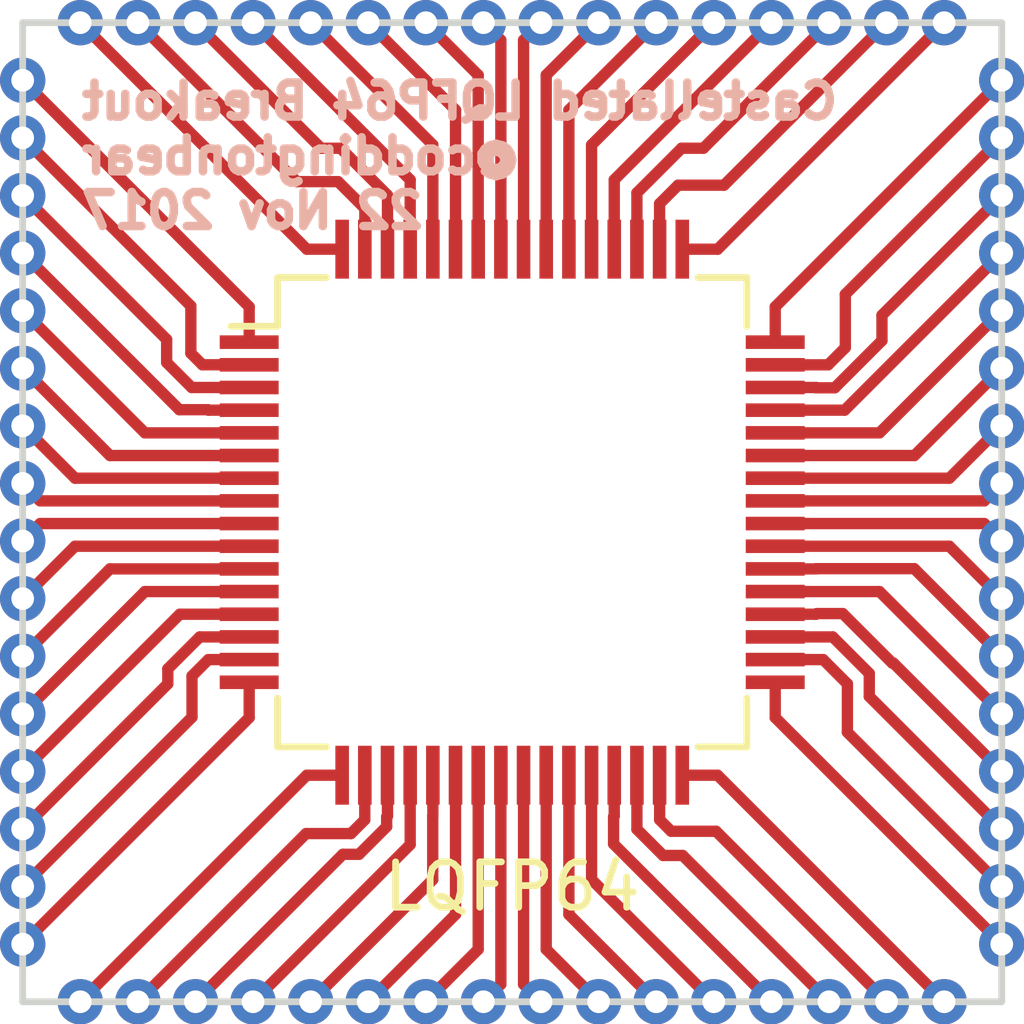
<source format=kicad_pcb>
(kicad_pcb (version 20170920) (host pcbnew "(2017-09-25 revision 6e440ff)-master")

  (general
    (thickness 1.6)
    (drawings 5)
    (tracks 252)
    (zones 0)
    (modules 1)
    (nets 1)
  )

  (page A4)
  (layers
    (0 F.Cu signal)
    (31 B.Cu signal)
    (32 B.Adhes user)
    (33 F.Adhes user)
    (34 B.Paste user)
    (35 F.Paste user)
    (36 B.SilkS user)
    (37 F.SilkS user)
    (38 B.Mask user)
    (39 F.Mask user)
    (40 Dwgs.User user)
    (41 Cmts.User user)
    (42 Eco1.User user)
    (43 Eco2.User user)
    (44 Edge.Cuts user)
    (45 Margin user)
    (46 B.CrtYd user)
    (47 F.CrtYd user)
    (48 B.Fab user)
    (49 F.Fab user)
  )

  (setup
    (last_trace_width 0.25)
    (trace_clearance 0.2)
    (zone_clearance 0.508)
    (zone_45_only no)
    (trace_min 0.2)
    (segment_width 0.2)
    (edge_width 0.15)
    (via_size 0.8)
    (via_drill 0.4)
    (via_min_size 0.4)
    (via_min_drill 0.3)
    (user_via 1 0.5)
    (uvia_size 0.3)
    (uvia_drill 0.1)
    (uvias_allowed no)
    (uvia_min_size 0.2)
    (uvia_min_drill 0.1)
    (pcb_text_width 0.3)
    (pcb_text_size 1.5 1.5)
    (mod_edge_width 0.15)
    (mod_text_size 1 1)
    (mod_text_width 0.15)
    (pad_size 1.524 1.524)
    (pad_drill 0.762)
    (pad_to_mask_clearance 0.2)
    (aux_axis_origin 0 0)
    (visible_elements FFFFFF7F)
    (pcbplotparams
      (layerselection 0x010f0_ffffffff)
      (usegerberextensions true)
      (usegerberattributes true)
      (usegerberadvancedattributes true)
      (creategerberjobfile true)
      (excludeedgelayer true)
      (linewidth 0.100000)
      (plotframeref false)
      (viasonmask true)
      (mode 1)
      (useauxorigin false)
      (hpglpennumber 1)
      (hpglpenspeed 20)
      (hpglpendiameter 15)
      (psnegative false)
      (psa4output false)
      (plotreference true)
      (plotvalue true)
      (plotinvisibletext false)
      (padsonsilk false)
      (subtractmaskfromsilk false)
      (outputformat 1)
      (mirror false)
      (drillshape 0)
      (scaleselection 1)
      (outputdirectory ""))
  )

  (net 0 "")

  (net_class Default "This is the default net class."
    (clearance 0.2)
    (trace_width 0.25)
    (via_dia 0.8)
    (via_drill 0.4)
    (uvia_dia 0.3)
    (uvia_drill 0.1)
  )

  (module apexelectrix/Apex.pretty:LQFP-64_10x10mm_Pitch0.5mm (layer F.Cu) (tedit 5A160FD8) (tstamp 5A503502)
    (at 139.065 78.105)
    (descr "64 LEAD LQFP 10x10mm (see MICREL LQFP10x10-64LD-PL-1.pdf)")
    (tags "QFP 0.5")
    (attr smd)
    (fp_text reference "" (at 0 -7.2) (layer F.SilkS)
      (effects (font (size 1 1) (thickness 0.15)))
    )
    (fp_text value LQFP64 (at 0 8.255) (layer F.SilkS)
      (effects (font (size 1 1) (thickness 0.15)))
    )
    (fp_line (start -5.175 -4.1) (end -6.2 -4.1) (layer F.SilkS) (width 0.15))
    (fp_line (start 5.175 -5.175) (end 4.1 -5.175) (layer F.SilkS) (width 0.15))
    (fp_line (start 5.175 5.175) (end 4.1 5.175) (layer F.SilkS) (width 0.15))
    (fp_line (start -5.175 5.175) (end -4.1 5.175) (layer F.SilkS) (width 0.15))
    (fp_line (start -5.175 -5.175) (end -4.1 -5.175) (layer F.SilkS) (width 0.15))
    (fp_line (start -5.175 5.175) (end -5.175 4.1) (layer F.SilkS) (width 0.15))
    (fp_line (start 5.175 5.175) (end 5.175 4.1) (layer F.SilkS) (width 0.15))
    (fp_line (start 5.175 -5.175) (end 5.175 -4.1) (layer F.SilkS) (width 0.15))
    (fp_line (start -5.175 -5.175) (end -5.175 -4.1) (layer F.SilkS) (width 0.15))
    (fp_line (start -6.45 6.45) (end 6.45 6.45) (layer F.CrtYd) (width 0.05))
    (fp_line (start -6.45 -6.45) (end 6.45 -6.45) (layer F.CrtYd) (width 0.05))
    (fp_line (start 6.45 -6.45) (end 6.45 6.45) (layer F.CrtYd) (width 0.05))
    (fp_line (start -6.45 -6.45) (end -6.45 6.45) (layer F.CrtYd) (width 0.05))
    (pad 64 smd rect (at -3.75 -5.8 90) (size 1.3 0.3) (layers F.Cu F.Paste F.Mask))
    (pad 63 smd rect (at -3.25 -5.8 90) (size 1.3 0.3) (layers F.Cu F.Paste F.Mask))
    (pad 62 smd rect (at -2.75 -5.8 90) (size 1.3 0.3) (layers F.Cu F.Paste F.Mask))
    (pad 61 smd rect (at -2.25 -5.8 90) (size 1.3 0.3) (layers F.Cu F.Paste F.Mask))
    (pad 60 smd rect (at -1.75 -5.8 90) (size 1.3 0.3) (layers F.Cu F.Paste F.Mask))
    (pad 59 smd rect (at -1.25 -5.8 90) (size 1.3 0.3) (layers F.Cu F.Paste F.Mask))
    (pad 58 smd rect (at -0.75 -5.8 90) (size 1.3 0.3) (layers F.Cu F.Paste F.Mask))
    (pad 57 smd rect (at -0.25 -5.8 90) (size 1.3 0.3) (layers F.Cu F.Paste F.Mask))
    (pad 56 smd rect (at 0.25 -5.8 90) (size 1.3 0.3) (layers F.Cu F.Paste F.Mask))
    (pad 55 smd rect (at 0.75 -5.8 90) (size 1.3 0.3) (layers F.Cu F.Paste F.Mask))
    (pad 54 smd rect (at 1.25 -5.8 90) (size 1.3 0.3) (layers F.Cu F.Paste F.Mask))
    (pad 53 smd rect (at 1.75 -5.8 90) (size 1.3 0.3) (layers F.Cu F.Paste F.Mask))
    (pad 52 smd rect (at 2.25 -5.8 90) (size 1.3 0.3) (layers F.Cu F.Paste F.Mask))
    (pad 51 smd rect (at 2.75 -5.8 90) (size 1.3 0.3) (layers F.Cu F.Paste F.Mask))
    (pad 50 smd rect (at 3.25 -5.8 90) (size 1.3 0.3) (layers F.Cu F.Paste F.Mask))
    (pad 49 smd rect (at 3.75 -5.8 90) (size 1.3 0.3) (layers F.Cu F.Paste F.Mask))
    (pad 48 smd rect (at 5.8 -3.75) (size 1.3 0.3) (layers F.Cu F.Paste F.Mask))
    (pad 47 smd rect (at 5.8 -3.25) (size 1.3 0.3) (layers F.Cu F.Paste F.Mask))
    (pad 46 smd rect (at 5.8 -2.75) (size 1.3 0.3) (layers F.Cu F.Paste F.Mask))
    (pad 45 smd rect (at 5.8 -2.25) (size 1.3 0.3) (layers F.Cu F.Paste F.Mask))
    (pad 44 smd rect (at 5.8 -1.75) (size 1.3 0.3) (layers F.Cu F.Paste F.Mask))
    (pad 43 smd rect (at 5.8 -1.25) (size 1.3 0.3) (layers F.Cu F.Paste F.Mask))
    (pad 42 smd rect (at 5.8 -0.75) (size 1.3 0.3) (layers F.Cu F.Paste F.Mask))
    (pad 41 smd rect (at 5.8 -0.25) (size 1.3 0.3) (layers F.Cu F.Paste F.Mask))
    (pad 40 smd rect (at 5.8 0.25) (size 1.3 0.3) (layers F.Cu F.Paste F.Mask))
    (pad 39 smd rect (at 5.8 0.75) (size 1.3 0.3) (layers F.Cu F.Paste F.Mask))
    (pad 38 smd rect (at 5.8 1.25) (size 1.3 0.3) (layers F.Cu F.Paste F.Mask))
    (pad 37 smd rect (at 5.8 1.75) (size 1.3 0.3) (layers F.Cu F.Paste F.Mask))
    (pad 36 smd rect (at 5.8 2.25) (size 1.3 0.3) (layers F.Cu F.Paste F.Mask))
    (pad 35 smd rect (at 5.8 2.75) (size 1.3 0.3) (layers F.Cu F.Paste F.Mask))
    (pad 34 smd rect (at 5.8 3.25) (size 1.3 0.3) (layers F.Cu F.Paste F.Mask))
    (pad 33 smd rect (at 5.8 3.75) (size 1.3 0.3) (layers F.Cu F.Paste F.Mask))
    (pad 32 smd rect (at 3.75 5.8 90) (size 1.3 0.3) (layers F.Cu F.Paste F.Mask))
    (pad 31 smd rect (at 3.25 5.8 90) (size 1.3 0.3) (layers F.Cu F.Paste F.Mask))
    (pad 30 smd rect (at 2.75 5.8 90) (size 1.3 0.3) (layers F.Cu F.Paste F.Mask))
    (pad 29 smd rect (at 2.25 5.8 90) (size 1.3 0.3) (layers F.Cu F.Paste F.Mask))
    (pad 28 smd rect (at 1.75 5.8 90) (size 1.3 0.3) (layers F.Cu F.Paste F.Mask))
    (pad 27 smd rect (at 1.25 5.8 90) (size 1.3 0.3) (layers F.Cu F.Paste F.Mask))
    (pad 26 smd rect (at 0.75 5.8 90) (size 1.3 0.3) (layers F.Cu F.Paste F.Mask))
    (pad 25 smd rect (at 0.25 5.8 90) (size 1.3 0.3) (layers F.Cu F.Paste F.Mask))
    (pad 24 smd rect (at -0.25 5.8 90) (size 1.3 0.3) (layers F.Cu F.Paste F.Mask))
    (pad 23 smd rect (at -0.75 5.8 90) (size 1.3 0.3) (layers F.Cu F.Paste F.Mask))
    (pad 22 smd rect (at -1.25 5.8 90) (size 1.3 0.3) (layers F.Cu F.Paste F.Mask))
    (pad 21 smd rect (at -1.75 5.8 90) (size 1.3 0.3) (layers F.Cu F.Paste F.Mask))
    (pad 20 smd rect (at -2.25 5.8 90) (size 1.3 0.3) (layers F.Cu F.Paste F.Mask))
    (pad 19 smd rect (at -2.75 5.8 90) (size 1.3 0.3) (layers F.Cu F.Paste F.Mask))
    (pad 18 smd rect (at -3.25 5.8 90) (size 1.3 0.3) (layers F.Cu F.Paste F.Mask))
    (pad 17 smd rect (at -3.75 5.8 90) (size 1.3 0.3) (layers F.Cu F.Paste F.Mask))
    (pad 16 smd rect (at -5.8 3.75) (size 1.3 0.3) (layers F.Cu F.Paste F.Mask))
    (pad 15 smd rect (at -5.8 3.25) (size 1.3 0.3) (layers F.Cu F.Paste F.Mask))
    (pad 14 smd rect (at -5.8 2.75) (size 1.3 0.3) (layers F.Cu F.Paste F.Mask))
    (pad 13 smd rect (at -5.8 2.25) (size 1.3 0.3) (layers F.Cu F.Paste F.Mask))
    (pad 12 smd rect (at -5.8 1.75) (size 1.3 0.3) (layers F.Cu F.Paste F.Mask))
    (pad 11 smd rect (at -5.8 1.25) (size 1.3 0.3) (layers F.Cu F.Paste F.Mask))
    (pad 10 smd rect (at -5.8 0.75) (size 1.3 0.3) (layers F.Cu F.Paste F.Mask))
    (pad 9 smd rect (at -5.8 0.25) (size 1.3 0.3) (layers F.Cu F.Paste F.Mask))
    (pad 8 smd rect (at -5.8 -0.25) (size 1.3 0.3) (layers F.Cu F.Paste F.Mask))
    (pad 7 smd rect (at -5.8 -0.75) (size 1.3 0.3) (layers F.Cu F.Paste F.Mask))
    (pad 6 smd rect (at -5.8 -1.25) (size 1.3 0.3) (layers F.Cu F.Paste F.Mask))
    (pad 5 smd rect (at -5.8 -1.75) (size 1.3 0.3) (layers F.Cu F.Paste F.Mask))
    (pad 4 smd rect (at -5.8 -2.25) (size 1.3 0.3) (layers F.Cu F.Paste F.Mask))
    (pad 3 smd rect (at -5.8 -2.75) (size 1.3 0.3) (layers F.Cu F.Paste F.Mask))
    (pad 2 smd rect (at -5.8 -3.25) (size 1.3 0.3) (layers F.Cu F.Paste F.Mask))
    (pad 1 smd rect (at -5.8 -3.75) (size 1.3 0.3) (layers F.Cu F.Paste F.Mask))
    (model Housings_QFP/LQFP-64_10x10mm_Pitch0.5mm.wrl
      (at (xyz 0 0 0))
      (scale (xyz 1 1 1))
      (rotate (xyz 0 0 0))
    )
  )

  (gr_text "Castellated LQFP64 Breakout\n@coddingtonbear\n22 Nov 2017\n" (at 129.48 70.25) (layer B.SilkS)
    (effects (font (size 0.75 0.75) (thickness 0.1875)) (justify right mirror))
  )
  (gr_line (start 128.27 88.9) (end 128.27 67.31) (layer Edge.Cuts) (width 0.15))
  (gr_line (start 149.86 88.9) (end 128.27 88.9) (layer Edge.Cuts) (width 0.15))
  (gr_line (start 149.86 67.31) (end 149.86 88.9) (layer Edge.Cuts) (width 0.15))
  (gr_line (start 128.27 67.31) (end 149.86 67.31) (layer Edge.Cuts) (width 0.15))

  (segment (start 142.7988 70.0786) (end 143.2814 70.0786) (width 0.25) (layer F.Cu) (net 0))
  (segment (start 143.2814 70.0786) (end 146.05 67.31) (width 0.25) (layer F.Cu) (net 0))
  (segment (start 141.815 71.0624) (end 142.7988 70.0786) (width 0.25) (layer F.Cu) (net 0))
  (segment (start 141.815 72.305) (end 141.815 71.0624) (width 0.25) (layer F.Cu) (net 0))
  (segment (start 138.315 83.905) (end 138.315 87.745) (width 0.25) (layer F.Cu) (net 0))
  (segment (start 138.315 87.745) (end 137.16 88.9) (width 0.25) (layer F.Cu) (net 0))
  (segment (start 137.815 83.905) (end 137.815 86.975) (width 0.25) (layer F.Cu) (net 0))
  (segment (start 137.815 86.975) (end 135.89 88.9) (width 0.25) (layer F.Cu) (net 0))
  (segment (start 137.3124 84.8076) (end 137.3124 86.2076) (width 0.25) (layer F.Cu) (net 0))
  (segment (start 137.3124 86.2076) (end 134.62 88.9) (width 0.25) (layer F.Cu) (net 0))
  (segment (start 137.315 83.905) (end 137.315 84.805) (width 0.25) (layer F.Cu) (net 0))
  (segment (start 137.315 84.805) (end 137.3124 84.8076) (width 0.25) (layer F.Cu) (net 0))
  (segment (start 136.815 83.905) (end 136.815 85.435) (width 0.25) (layer F.Cu) (net 0))
  (segment (start 136.815 85.435) (end 133.35 88.9) (width 0.25) (layer F.Cu) (net 0))
  (segment (start 135.6868 85.6488) (end 135.3312 85.6488) (width 0.25) (layer F.Cu) (net 0))
  (segment (start 135.3312 85.6488) (end 132.08 88.9) (width 0.25) (layer F.Cu) (net 0))
  (segment (start 136.2964 85.0392) (end 135.6868 85.6488) (width 0.25) (layer F.Cu) (net 0))
  (segment (start 136.2964 84.8236) (end 136.2964 85.0392) (width 0.25) (layer F.Cu) (net 0))
  (segment (start 136.315 83.905) (end 136.315 84.805) (width 0.25) (layer F.Cu) (net 0))
  (segment (start 136.315 84.805) (end 136.2964 84.8236) (width 0.25) (layer F.Cu) (net 0))
  (segment (start 135.509 85.1916) (end 134.5184 85.1916) (width 0.25) (layer F.Cu) (net 0))
  (segment (start 134.5184 85.1916) (end 130.81 88.9) (width 0.25) (layer F.Cu) (net 0))
  (segment (start 135.8138 84.8868) (end 135.509 85.1916) (width 0.25) (layer F.Cu) (net 0))
  (segment (start 135.8138 84.4062) (end 135.8138 84.8868) (width 0.25) (layer F.Cu) (net 0))
  (segment (start 135.815 83.905) (end 135.815 84.405) (width 0.25) (layer F.Cu) (net 0))
  (segment (start 135.815 84.405) (end 135.8138 84.4062) (width 0.25) (layer F.Cu) (net 0))
  (segment (start 138.815 83.905) (end 138.815 88.515) (width 0.25) (layer F.Cu) (net 0))
  (segment (start 138.815 88.515) (end 138.43 88.9) (width 0.25) (layer F.Cu) (net 0))
  (segment (start 139.315 83.905) (end 139.315 88.515) (width 0.25) (layer F.Cu) (net 0))
  (segment (start 139.315 88.515) (end 139.7 88.9) (width 0.25) (layer F.Cu) (net 0))
  (segment (start 139.815 83.905) (end 139.815 87.745) (width 0.25) (layer F.Cu) (net 0))
  (segment (start 139.815 87.745) (end 140.97 88.9) (width 0.25) (layer F.Cu) (net 0))
  (segment (start 140.315 83.905) (end 140.315 86.975) (width 0.25) (layer F.Cu) (net 0))
  (segment (start 140.315 86.975) (end 142.24 88.9) (width 0.25) (layer F.Cu) (net 0))
  (segment (start 140.815 83.905) (end 140.815 86.205) (width 0.25) (layer F.Cu) (net 0))
  (segment (start 140.815 86.205) (end 143.51 88.9) (width 0.25) (layer F.Cu) (net 0))
  (segment (start 142.0622 86.1822) (end 144.78 88.9) (width 0.25) (layer F.Cu) (net 0))
  (segment (start 141.3002 85.4202) (end 142.0622 86.1822) (width 0.25) (layer F.Cu) (net 0))
  (segment (start 141.3002 84.8198) (end 141.3002 85.4202) (width 0.25) (layer F.Cu) (net 0))
  (segment (start 141.315 83.905) (end 141.315 84.805) (width 0.25) (layer F.Cu) (net 0))
  (segment (start 141.315 84.805) (end 141.3002 84.8198) (width 0.25) (layer F.Cu) (net 0))
  (segment (start 142.3924 85.6742) (end 142.8242 85.6742) (width 0.25) (layer F.Cu) (net 0))
  (segment (start 142.8242 85.6742) (end 146.05 88.9) (width 0.25) (layer F.Cu) (net 0))
  (segment (start 141.815 85.0968) (end 142.3924 85.6742) (width 0.25) (layer F.Cu) (net 0))
  (segment (start 141.815 83.905) (end 141.815 85.0968) (width 0.25) (layer F.Cu) (net 0))
  (segment (start 142.5702 85.1408) (end 143.5608 85.1408) (width 0.25) (layer F.Cu) (net 0))
  (segment (start 143.5608 85.1408) (end 147.32 88.9) (width 0.25) (layer F.Cu) (net 0))
  (segment (start 142.3162 84.8868) (end 142.5702 85.1408) (width 0.25) (layer F.Cu) (net 0))
  (segment (start 142.3162 84.4062) (end 142.3162 84.8868) (width 0.25) (layer F.Cu) (net 0))
  (segment (start 142.315 83.905) (end 142.315 84.405) (width 0.25) (layer F.Cu) (net 0))
  (segment (start 142.315 84.405) (end 142.3162 84.4062) (width 0.25) (layer F.Cu) (net 0))
  (segment (start 133.265 77.855) (end 128.655 77.855) (width 0.25) (layer F.Cu) (net 0))
  (segment (start 128.655 77.855) (end 128.27 77.47) (width 0.25) (layer F.Cu) (net 0))
  (segment (start 133.265 77.355) (end 129.425 77.355) (width 0.25) (layer F.Cu) (net 0))
  (segment (start 129.425 77.355) (end 128.27 76.2) (width 0.25) (layer F.Cu) (net 0))
  (segment (start 133.265 76.855) (end 130.195 76.855) (width 0.25) (layer F.Cu) (net 0))
  (segment (start 130.195 76.855) (end 128.27 74.93) (width 0.25) (layer F.Cu) (net 0))
  (segment (start 133.265 78.355) (end 128.655 78.355) (width 0.25) (layer F.Cu) (net 0))
  (segment (start 128.655 78.355) (end 128.27 78.74) (width 0.25) (layer F.Cu) (net 0))
  (segment (start 133.265 78.855) (end 129.425 78.855) (width 0.25) (layer F.Cu) (net 0))
  (segment (start 129.425 78.855) (end 128.27 80.01) (width 0.25) (layer F.Cu) (net 0))
  (segment (start 133.265 79.355) (end 130.195 79.355) (width 0.25) (layer F.Cu) (net 0))
  (segment (start 130.195 79.355) (end 128.27 81.28) (width 0.25) (layer F.Cu) (net 0))
  (segment (start 133.265 76.355) (end 130.965 76.355) (width 0.25) (layer F.Cu) (net 0))
  (segment (start 130.965 76.355) (end 128.27 73.66) (width 0.25) (layer F.Cu) (net 0))
  (segment (start 133.265 75.855) (end 132.365 75.855) (width 0.25) (layer F.Cu) (net 0))
  (segment (start 132.365 75.855) (end 132.3544 75.8444) (width 0.25) (layer F.Cu) (net 0))
  (segment (start 132.3544 75.8444) (end 131.7244 75.8444) (width 0.25) (layer F.Cu) (net 0))
  (segment (start 131.7244 75.8444) (end 128.27 72.39) (width 0.25) (layer F.Cu) (net 0))
  (segment (start 131.445 74.803) (end 131.445 74.295) (width 0.25) (layer F.Cu) (net 0))
  (segment (start 131.445 74.295) (end 128.27 71.12) (width 0.25) (layer F.Cu) (net 0))
  (segment (start 131.997 75.355) (end 131.445 74.803) (width 0.25) (layer F.Cu) (net 0))
  (segment (start 133.265 75.355) (end 131.997 75.355) (width 0.25) (layer F.Cu) (net 0))
  (segment (start 131.9784 74.5998) (end 131.9784 73.5584) (width 0.25) (layer F.Cu) (net 0))
  (segment (start 131.9784 73.5584) (end 128.27 69.85) (width 0.25) (layer F.Cu) (net 0))
  (segment (start 132.2324 74.8538) (end 131.9784 74.5998) (width 0.25) (layer F.Cu) (net 0))
  (segment (start 132.7638 74.8538) (end 132.2324 74.8538) (width 0.25) (layer F.Cu) (net 0))
  (segment (start 133.265 74.855) (end 132.765 74.855) (width 0.25) (layer F.Cu) (net 0))
  (segment (start 132.765 74.855) (end 132.7638 74.8538) (width 0.25) (layer F.Cu) (net 0))
  (segment (start 133.265 79.855) (end 130.965 79.855) (width 0.25) (layer F.Cu) (net 0))
  (segment (start 130.965 79.855) (end 128.27 82.55) (width 0.25) (layer F.Cu) (net 0))
  (segment (start 133.265 80.355) (end 131.735 80.355) (width 0.25) (layer F.Cu) (net 0))
  (segment (start 131.735 80.355) (end 128.27 83.82) (width 0.25) (layer F.Cu) (net 0))
  (segment (start 131.4704 81.5594) (end 131.4704 81.8896) (width 0.25) (layer F.Cu) (net 0))
  (segment (start 131.4704 81.8896) (end 128.27 85.09) (width 0.25) (layer F.Cu) (net 0))
  (segment (start 132.1748 80.855) (end 131.4704 81.5594) (width 0.25) (layer F.Cu) (net 0))
  (segment (start 133.265 80.855) (end 132.1748 80.855) (width 0.25) (layer F.Cu) (net 0))
  (segment (start 132.0038 81.7162) (end 132.0038 82.6262) (width 0.25) (layer F.Cu) (net 0))
  (segment (start 132.0038 82.6262) (end 128.27 86.36) (width 0.25) (layer F.Cu) (net 0))
  (segment (start 133.265 81.355) (end 132.365 81.355) (width 0.25) (layer F.Cu) (net 0))
  (segment (start 132.365 81.355) (end 132.0038 81.7162) (width 0.25) (layer F.Cu) (net 0))
  (segment (start 144.865 78.855) (end 148.705 78.855) (width 0.25) (layer F.Cu) (net 0))
  (segment (start 148.705 78.855) (end 149.86 80.01) (width 0.25) (layer F.Cu) (net 0))
  (segment (start 145.7704 79.3496) (end 147.9296 79.3496) (width 0.25) (layer F.Cu) (net 0))
  (segment (start 147.9296 79.3496) (end 149.86 81.28) (width 0.25) (layer F.Cu) (net 0))
  (segment (start 144.865 79.355) (end 145.765 79.355) (width 0.25) (layer F.Cu) (net 0))
  (segment (start 145.765 79.355) (end 145.7704 79.3496) (width 0.25) (layer F.Cu) (net 0))
  (segment (start 144.865 79.855) (end 147.165 79.855) (width 0.25) (layer F.Cu) (net 0))
  (segment (start 147.165 79.855) (end 149.86 82.55) (width 0.25) (layer F.Cu) (net 0))
  (segment (start 147.447 81.4324) (end 147.4724 81.4324) (width 0.25) (layer F.Cu) (net 0))
  (segment (start 147.4724 81.4324) (end 149.86 83.82) (width 0.25) (layer F.Cu) (net 0))
  (segment (start 146.3548 80.3402) (end 147.447 81.4324) (width 0.25) (layer F.Cu) (net 0))
  (segment (start 145.7798 80.3402) (end 146.3548 80.3402) (width 0.25) (layer F.Cu) (net 0))
  (segment (start 144.865 80.355) (end 145.765 80.355) (width 0.25) (layer F.Cu) (net 0))
  (segment (start 145.765 80.355) (end 145.7798 80.3402) (width 0.25) (layer F.Cu) (net 0))
  (segment (start 146.939 81.661) (end 146.939 82.169) (width 0.25) (layer F.Cu) (net 0))
  (segment (start 146.939 82.169) (end 149.86 85.09) (width 0.25) (layer F.Cu) (net 0))
  (segment (start 146.133 80.855) (end 146.939 81.661) (width 0.25) (layer F.Cu) (net 0))
  (segment (start 144.865 80.855) (end 146.133 80.855) (width 0.25) (layer F.Cu) (net 0))
  (segment (start 146.4564 81.8896) (end 146.4564 82.9564) (width 0.25) (layer F.Cu) (net 0))
  (segment (start 146.4564 82.9564) (end 149.86 86.36) (width 0.25) (layer F.Cu) (net 0))
  (segment (start 145.9218 81.355) (end 146.4564 81.8896) (width 0.25) (layer F.Cu) (net 0))
  (segment (start 144.865 81.355) (end 145.9218 81.355) (width 0.25) (layer F.Cu) (net 0))
  (segment (start 135.2804 70.0786) (end 134.8486 70.0786) (width 0.25) (layer F.Cu) (net 0))
  (segment (start 134.8486 70.0786) (end 132.08 67.31) (width 0.25) (layer F.Cu) (net 0))
  (segment (start 136.315 71.1132) (end 135.2804 70.0786) (width 0.25) (layer F.Cu) (net 0))
  (segment (start 136.315 72.305) (end 136.315 71.1132) (width 0.25) (layer F.Cu) (net 0))
  (segment (start 135.2252 70.8152) (end 134.3152 70.8152) (width 0.25) (layer F.Cu) (net 0))
  (segment (start 134.3152 70.8152) (end 130.81 67.31) (width 0.25) (layer F.Cu) (net 0))
  (segment (start 135.815 72.305) (end 135.815 71.405) (width 0.25) (layer F.Cu) (net 0))
  (segment (start 135.815 71.405) (end 135.2252 70.8152) (width 0.25) (layer F.Cu) (net 0))
  (segment (start 147.2184 74.3204) (end 147.2184 73.7616) (width 0.25) (layer F.Cu) (net 0))
  (segment (start 147.2184 73.7616) (end 149.86 71.12) (width 0.25) (layer F.Cu) (net 0))
  (segment (start 146.177 75.3618) (end 147.2184 74.3204) (width 0.25) (layer F.Cu) (net 0))
  (segment (start 145.7718 75.3618) (end 146.177 75.3618) (width 0.25) (layer F.Cu) (net 0))
  (segment (start 144.865 75.355) (end 145.765 75.355) (width 0.25) (layer F.Cu) (net 0))
  (segment (start 145.765 75.355) (end 145.7718 75.3618) (width 0.25) (layer F.Cu) (net 0))
  (segment (start 146.41068 74.47534) (end 146.41068 73.29932) (width 0.25) (layer F.Cu) (net 0))
  (segment (start 146.41068 73.29932) (end 149.86 69.85) (width 0.25) (layer F.Cu) (net 0))
  (segment (start 146.03102 74.855) (end 146.41068 74.47534) (width 0.25) (layer F.Cu) (net 0))
  (segment (start 144.865 74.855) (end 146.03102 74.855) (width 0.25) (layer F.Cu) (net 0))
  (segment (start 142.7226 70.89394) (end 143.73606 70.89394) (width 0.25) (layer F.Cu) (net 0))
  (segment (start 143.73606 70.89394) (end 147.32 67.31) (width 0.25) (layer F.Cu) (net 0))
  (segment (start 142.315 71.30154) (end 142.7226 70.89394) (width 0.25) (layer F.Cu) (net 0))
  (segment (start 142.315 72.305) (end 142.315 71.30154) (width 0.25) (layer F.Cu) (net 0))
  (segment (start 133.265 74.355) (end 133.265 73.575) (width 0.25) (layer F.Cu) (net 0))
  (segment (start 133.265 73.575) (end 128.27 68.58) (width 0.25) (layer F.Cu) (net 0))
  (segment (start 133.265 81.855) (end 133.265 82.635) (width 0.25) (layer F.Cu) (net 0))
  (segment (start 133.265 82.635) (end 128.27 87.63) (width 0.25) (layer F.Cu) (net 0))
  (segment (start 135.315 83.905) (end 134.535 83.905) (width 0.25) (layer F.Cu) (net 0))
  (segment (start 134.535 83.905) (end 129.54 88.9) (width 0.25) (layer F.Cu) (net 0))
  (segment (start 142.815 83.905) (end 143.595 83.905) (width 0.25) (layer F.Cu) (net 0))
  (segment (start 143.595 83.905) (end 148.59 88.9) (width 0.25) (layer F.Cu) (net 0))
  (segment (start 144.865 81.855) (end 144.865 82.635) (width 0.25) (layer F.Cu) (net 0))
  (segment (start 144.865 82.635) (end 149.86 87.63) (width 0.25) (layer F.Cu) (net 0))
  (segment (start 144.865 78.355) (end 149.475 78.355) (width 0.25) (layer F.Cu) (net 0))
  (segment (start 149.475 78.355) (end 149.86 78.74) (width 0.25) (layer F.Cu) (net 0))
  (segment (start 144.865 77.855) (end 149.475 77.855) (width 0.25) (layer F.Cu) (net 0))
  (segment (start 149.475 77.855) (end 149.86 77.47) (width 0.25) (layer F.Cu) (net 0))
  (segment (start 144.865 77.355) (end 148.705 77.355) (width 0.25) (layer F.Cu) (net 0))
  (segment (start 148.705 77.355) (end 149.86 76.2) (width 0.25) (layer F.Cu) (net 0))
  (segment (start 144.865 76.855) (end 147.935 76.855) (width 0.25) (layer F.Cu) (net 0))
  (segment (start 147.935 76.855) (end 149.86 74.93) (width 0.25) (layer F.Cu) (net 0))
  (segment (start 144.865 76.355) (end 147.165 76.355) (width 0.25) (layer F.Cu) (net 0))
  (segment (start 147.165 76.355) (end 149.86 73.66) (width 0.25) (layer F.Cu) (net 0))
  (segment (start 144.865 75.855) (end 146.395 75.855) (width 0.25) (layer F.Cu) (net 0))
  (segment (start 146.395 75.855) (end 149.86 72.39) (width 0.25) (layer F.Cu) (net 0))
  (segment (start 144.865 74.855) (end 145.365 74.855) (width 0.25) (layer F.Cu) (net 0))
  (segment (start 144.865 74.355) (end 144.865 73.575) (width 0.25) (layer F.Cu) (net 0))
  (segment (start 144.865 73.575) (end 149.86 68.58) (width 0.25) (layer F.Cu) (net 0))
  (via (at 148.59 88.9) (size 1) (drill 0.5) (layers F.Cu B.Cu) (net 0))
  (via (at 147.32 88.9) (size 1) (drill 0.5) (layers F.Cu B.Cu) (net 0))
  (via (at 146.05 88.9) (size 1) (drill 0.5) (layers F.Cu B.Cu) (net 0))
  (via (at 144.78 88.9) (size 1) (drill 0.5) (layers F.Cu B.Cu) (net 0))
  (via (at 143.51 88.9) (size 1) (drill 0.5) (layers F.Cu B.Cu) (net 0))
  (via (at 142.24 88.9) (size 1) (drill 0.5) (layers F.Cu B.Cu) (net 0))
  (via (at 140.97 88.9) (size 1) (drill 0.5) (layers F.Cu B.Cu) (net 0))
  (via (at 139.7 88.9) (size 1) (drill 0.5) (layers F.Cu B.Cu) (net 0))
  (via (at 138.43 88.9) (size 1) (drill 0.5) (layers F.Cu B.Cu) (net 0))
  (via (at 137.16 88.9) (size 1) (drill 0.5) (layers F.Cu B.Cu) (net 0))
  (via (at 135.89 88.9) (size 1) (drill 0.5) (layers F.Cu B.Cu) (net 0))
  (via (at 134.62 88.9) (size 1) (drill 0.5) (layers F.Cu B.Cu) (net 0))
  (via (at 133.35 88.9) (size 1) (drill 0.5) (layers F.Cu B.Cu) (net 0))
  (via (at 132.08 88.9) (size 1) (drill 0.5) (layers F.Cu B.Cu) (net 0))
  (via (at 130.81 88.9) (size 1) (drill 0.5) (layers F.Cu B.Cu) (net 0))
  (via (at 129.54 88.9) (size 1) (drill 0.5) (layers F.Cu B.Cu) (net 0))
  (via (at 128.27 87.63) (size 1) (drill 0.5) (layers F.Cu B.Cu) (net 0))
  (via (at 128.27 86.36) (size 1) (drill 0.5) (layers F.Cu B.Cu) (net 0))
  (via (at 128.27 85.09) (size 1) (drill 0.5) (layers F.Cu B.Cu) (net 0))
  (via (at 128.27 83.82) (size 1) (drill 0.5) (layers F.Cu B.Cu) (net 0))
  (via (at 128.27 82.55) (size 1) (drill 0.5) (layers F.Cu B.Cu) (net 0))
  (via (at 128.27 81.28) (size 1) (drill 0.5) (layers F.Cu B.Cu) (net 0))
  (via (at 128.27 80.01) (size 1) (drill 0.5) (layers F.Cu B.Cu) (net 0))
  (via (at 128.27 78.74) (size 1) (drill 0.5) (layers F.Cu B.Cu) (net 0))
  (via (at 128.27 77.47) (size 1) (drill 0.5) (layers F.Cu B.Cu) (net 0))
  (via (at 128.27 76.2) (size 1) (drill 0.5) (layers F.Cu B.Cu) (net 0))
  (via (at 128.27 74.93) (size 1) (drill 0.5) (layers F.Cu B.Cu) (net 0))
  (via (at 128.27 73.66) (size 1) (drill 0.5) (layers F.Cu B.Cu) (net 0))
  (via (at 128.27 72.39) (size 1) (drill 0.5) (layers F.Cu B.Cu) (net 0))
  (via (at 128.27 71.12) (size 1) (drill 0.5) (layers F.Cu B.Cu) (net 0))
  (via (at 128.27 69.85) (size 1) (drill 0.5) (layers F.Cu B.Cu) (net 0))
  (via (at 128.27 68.58) (size 1) (drill 0.5) (layers F.Cu B.Cu) (net 0))
  (via (at 149.86 87.63) (size 1) (drill 0.5) (layers F.Cu B.Cu) (net 0))
  (via (at 149.86 86.36) (size 1) (drill 0.5) (layers F.Cu B.Cu) (net 0))
  (via (at 149.86 85.09) (size 1) (drill 0.5) (layers F.Cu B.Cu) (net 0))
  (via (at 149.86 83.82) (size 1) (drill 0.5) (layers F.Cu B.Cu) (net 0))
  (via (at 149.86 82.55) (size 1) (drill 0.5) (layers F.Cu B.Cu) (net 0))
  (via (at 149.86 81.28) (size 1) (drill 0.5) (layers F.Cu B.Cu) (net 0))
  (via (at 149.86 80.01) (size 1) (drill 0.5) (layers F.Cu B.Cu) (net 0))
  (via (at 149.86 78.74) (size 1) (drill 0.5) (layers F.Cu B.Cu) (net 0))
  (via (at 149.86 77.47) (size 1) (drill 0.5) (layers F.Cu B.Cu) (net 0))
  (via (at 149.86 76.2) (size 1) (drill 0.5) (layers F.Cu B.Cu) (net 0))
  (via (at 149.86 74.93) (size 1) (drill 0.5) (layers F.Cu B.Cu) (net 0))
  (via (at 149.86 73.66) (size 1) (drill 0.5) (layers F.Cu B.Cu) (net 0))
  (via (at 149.86 72.39) (size 1) (drill 0.5) (layers F.Cu B.Cu) (net 0))
  (via (at 149.86 71.12) (size 1) (drill 0.5) (layers F.Cu B.Cu) (net 0))
  (via (at 149.86 69.85) (size 1) (drill 0.5) (layers F.Cu B.Cu) (net 0))
  (via (at 149.86 68.58) (size 1) (drill 0.5) (layers F.Cu B.Cu) (net 0))
  (segment (start 138.815 72.305) (end 138.815 67.695) (width 0.25) (layer F.Cu) (net 0))
  (segment (start 138.815 67.695) (end 138.43 67.31) (width 0.25) (layer F.Cu) (net 0))
  (segment (start 138.315 72.305) (end 138.315 68.465) (width 0.25) (layer F.Cu) (net 0))
  (segment (start 138.315 68.465) (end 137.16 67.31) (width 0.25) (layer F.Cu) (net 0))
  (segment (start 137.815 72.305) (end 137.815 69.235) (width 0.25) (layer F.Cu) (net 0))
  (segment (start 137.815 69.235) (end 135.89 67.31) (width 0.25) (layer F.Cu) (net 0))
  (segment (start 137.315 72.305) (end 137.315 70.005) (width 0.25) (layer F.Cu) (net 0))
  (segment (start 137.315 70.005) (end 134.62 67.31) (width 0.25) (layer F.Cu) (net 0))
  (segment (start 139.315 72.305) (end 139.315 67.695) (width 0.25) (layer F.Cu) (net 0))
  (segment (start 139.315 67.695) (end 139.7 67.31) (width 0.25) (layer F.Cu) (net 0))
  (segment (start 139.815 72.305) (end 139.815 68.465) (width 0.25) (layer F.Cu) (net 0))
  (segment (start 139.815 68.465) (end 140.97 67.31) (width 0.25) (layer F.Cu) (net 0))
  (segment (start 140.315 72.305) (end 140.315 69.235) (width 0.25) (layer F.Cu) (net 0))
  (segment (start 140.315 69.235) (end 142.24 67.31) (width 0.25) (layer F.Cu) (net 0))
  (segment (start 140.815 72.305) (end 140.815 70.005) (width 0.25) (layer F.Cu) (net 0))
  (segment (start 140.815 70.005) (end 143.51 67.31) (width 0.25) (layer F.Cu) (net 0))
  (segment (start 141.315 72.305) (end 141.315 70.775) (width 0.25) (layer F.Cu) (net 0))
  (segment (start 141.315 70.775) (end 144.78 67.31) (width 0.25) (layer F.Cu) (net 0))
  (segment (start 136.815 72.305) (end 136.815 70.775) (width 0.25) (layer F.Cu) (net 0))
  (segment (start 136.815 70.775) (end 133.35 67.31) (width 0.25) (layer F.Cu) (net 0))
  (segment (start 135.815 72.305) (end 135.815 71.805) (width 0.25) (layer F.Cu) (net 0))
  (segment (start 135.315 72.305) (end 134.535 72.305) (width 0.25) (layer F.Cu) (net 0))
  (segment (start 134.535 72.305) (end 129.54 67.31) (width 0.25) (layer F.Cu) (net 0))
  (segment (start 141.815 72.305) (end 141.815 71.805) (width 0.25) (layer F.Cu) (net 0))
  (segment (start 146.05 67.57) (end 146.05 67.31) (width 0.25) (layer F.Cu) (net 0))
  (segment (start 142.315 72.305) (end 142.315 71.805) (width 0.25) (layer F.Cu) (net 0))
  (segment (start 142.815 72.305) (end 143.595 72.305) (width 0.25) (layer F.Cu) (net 0))
  (segment (start 143.595 72.305) (end 148.59 67.31) (width 0.25) (layer F.Cu) (net 0))
  (via (at 148.59 67.31) (size 1) (drill 0.5) (layers F.Cu B.Cu) (net 0))
  (via (at 147.32 67.31) (size 1) (drill 0.5) (layers F.Cu B.Cu) (net 0))
  (via (at 146.05 67.31) (size 1) (drill 0.5) (layers F.Cu B.Cu) (net 0))
  (via (at 144.78 67.31) (size 1) (drill 0.5) (layers F.Cu B.Cu) (net 0))
  (via (at 143.51 67.31) (size 1) (drill 0.5) (layers F.Cu B.Cu) (net 0))
  (via (at 142.24 67.31) (size 1) (drill 0.5) (layers F.Cu B.Cu) (net 0))
  (via (at 140.97 67.31) (size 1) (drill 0.5) (layers F.Cu B.Cu) (net 0))
  (via (at 139.7 67.31) (size 1) (drill 0.5) (layers F.Cu B.Cu) (net 0))
  (via (at 137.16 67.31) (size 1) (drill 0.5) (layers F.Cu B.Cu) (net 0))
  (via (at 138.43 67.31) (size 1) (drill 0.5) (layers F.Cu B.Cu) (net 0))
  (via (at 135.89 67.31) (size 1) (drill 0.5) (layers F.Cu B.Cu) (net 0))
  (via (at 134.62 67.31) (size 1) (drill 0.5) (layers F.Cu B.Cu) (net 0))
  (via (at 133.35 67.31) (size 1) (drill 0.5) (layers F.Cu B.Cu) (net 0))
  (via (at 132.08 67.31) (size 1) (drill 0.5) (layers F.Cu B.Cu) (net 0))
  (via (at 130.81 67.31) (size 1) (drill 0.5) (layers F.Cu B.Cu) (net 0))
  (via (at 129.54 67.31) (size 1) (drill 0.5) (layers F.Cu B.Cu) (net 0))

)

</source>
